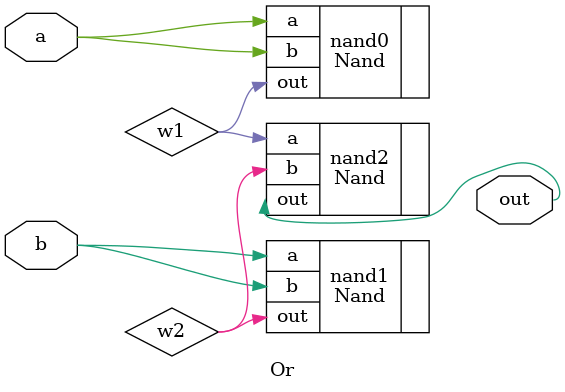
<source format=v>
 /**
 * Or gate:
 * out = 1 if (a == 1 or b == 1)
 *       0 otherwise
 */

`default_nettype none
module Or(
	input a,
	input b,
	output out
);
	wire w1;
	wire w2;

	Nand nand0(.a(a), .b(a), .out(w1));
	Nand nand1(.a(b), .b(b), .out(w2));
	Nand nand2(.a(w1), .b(w2), .out(out));

	// Put your code here:

endmodule

</source>
